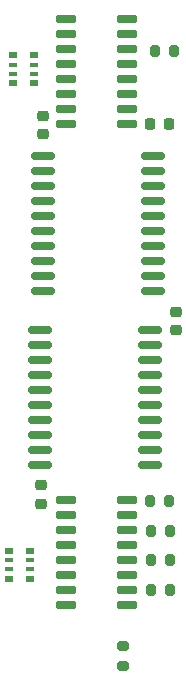
<source format=gbr>
%TF.GenerationSoftware,KiCad,Pcbnew,(6.0.11-0)*%
%TF.CreationDate,2023-07-12T13:16:53+12:00*%
%TF.ProjectId,controller-upper-cut,636f6e74-726f-46c6-9c65-722d75707065,3.2*%
%TF.SameCoordinates,PX206cc80PY68e7780*%
%TF.FileFunction,Paste,Top*%
%TF.FilePolarity,Positive*%
%FSLAX46Y46*%
G04 Gerber Fmt 4.6, Leading zero omitted, Abs format (unit mm)*
G04 Created by KiCad (PCBNEW (6.0.11-0)) date 2023-07-12 13:16:53*
%MOMM*%
%LPD*%
G01*
G04 APERTURE LIST*
G04 Aperture macros list*
%AMRoundRect*
0 Rectangle with rounded corners*
0 $1 Rounding radius*
0 $2 $3 $4 $5 $6 $7 $8 $9 X,Y pos of 4 corners*
0 Add a 4 corners polygon primitive as box body*
4,1,4,$2,$3,$4,$5,$6,$7,$8,$9,$2,$3,0*
0 Add four circle primitives for the rounded corners*
1,1,$1+$1,$2,$3*
1,1,$1+$1,$4,$5*
1,1,$1+$1,$6,$7*
1,1,$1+$1,$8,$9*
0 Add four rect primitives between the rounded corners*
20,1,$1+$1,$2,$3,$4,$5,0*
20,1,$1+$1,$4,$5,$6,$7,0*
20,1,$1+$1,$6,$7,$8,$9,0*
20,1,$1+$1,$8,$9,$2,$3,0*%
G04 Aperture macros list end*
%ADD10R,0.800000X0.500000*%
%ADD11R,0.800000X0.400000*%
%ADD12RoundRect,0.200000X-0.200000X-0.275000X0.200000X-0.275000X0.200000X0.275000X-0.200000X0.275000X0*%
%ADD13RoundRect,0.150000X-0.875000X-0.150000X0.875000X-0.150000X0.875000X0.150000X-0.875000X0.150000X0*%
%ADD14RoundRect,0.225000X0.250000X-0.225000X0.250000X0.225000X-0.250000X0.225000X-0.250000X-0.225000X0*%
%ADD15RoundRect,0.225000X-0.250000X0.225000X-0.250000X-0.225000X0.250000X-0.225000X0.250000X0.225000X0*%
%ADD16RoundRect,0.225000X-0.225000X-0.250000X0.225000X-0.250000X0.225000X0.250000X-0.225000X0.250000X0*%
%ADD17RoundRect,0.150000X0.725000X0.150000X-0.725000X0.150000X-0.725000X-0.150000X0.725000X-0.150000X0*%
%ADD18RoundRect,0.200000X-0.275000X0.200000X-0.275000X-0.200000X0.275000X-0.200000X0.275000X0.200000X0*%
G04 APERTURE END LIST*
D10*
%TO.C,RN2*%
X30000000Y-11889393D03*
D11*
X30000000Y-12689393D03*
X30000000Y-13489393D03*
D10*
X30000000Y-14289393D03*
X31800000Y-14289393D03*
D11*
X31800000Y-13489393D03*
X31800000Y-12689393D03*
D10*
X31800000Y-11889393D03*
%TD*%
D12*
%TO.C,R16*%
X41675000Y-52150000D03*
X43325000Y-52150000D03*
%TD*%
%TO.C,R15*%
X41675000Y-54650000D03*
X43325000Y-54650000D03*
%TD*%
%TO.C,R17*%
X41625000Y-49600000D03*
X43275000Y-49600000D03*
%TD*%
D13*
%TO.C,U3*%
X32300000Y-35135000D03*
X32300000Y-36405000D03*
X32300000Y-37675000D03*
X32300000Y-38945000D03*
X32300000Y-40215000D03*
X32300000Y-41485000D03*
X32300000Y-42755000D03*
X32300000Y-44025000D03*
X32300000Y-45295000D03*
X32300000Y-46565000D03*
X41600000Y-46565000D03*
X41600000Y-45295000D03*
X41600000Y-44025000D03*
X41600000Y-42755000D03*
X41600000Y-41485000D03*
X41600000Y-40215000D03*
X41600000Y-38945000D03*
X41600000Y-37675000D03*
X41600000Y-36405000D03*
X41600000Y-35135000D03*
%TD*%
D10*
%TO.C,RN1*%
X29700000Y-53833393D03*
D11*
X29700000Y-54633393D03*
X29700000Y-55433393D03*
D10*
X29700000Y-56233393D03*
X31500000Y-56233393D03*
D11*
X31500000Y-55433393D03*
X31500000Y-54633393D03*
D10*
X31500000Y-53833393D03*
%TD*%
D14*
%TO.C,C11*%
X43800000Y-35167893D03*
X43800000Y-33617893D03*
%TD*%
D12*
%TO.C,R14*%
X41675000Y-57200000D03*
X43325000Y-57200000D03*
%TD*%
D15*
%TO.C,C10*%
X32544000Y-17009393D03*
X32544000Y-18559393D03*
%TD*%
D12*
%TO.C,R22*%
X42025000Y-11550000D03*
X43675000Y-11550000D03*
%TD*%
D16*
%TO.C,C12*%
X41650000Y-17739393D03*
X43200000Y-17739393D03*
%TD*%
D17*
%TO.C,U5*%
X39654000Y-17739393D03*
X39654000Y-16469393D03*
X39654000Y-15199393D03*
X39654000Y-13929393D03*
X39654000Y-12659393D03*
X39654000Y-11389393D03*
X39654000Y-10119393D03*
X39654000Y-8849393D03*
X34504000Y-8849393D03*
X34504000Y-10119393D03*
X34504000Y-11389393D03*
X34504000Y-12659393D03*
X34504000Y-13929393D03*
X34504000Y-15199393D03*
X34504000Y-16469393D03*
X34504000Y-17739393D03*
%TD*%
D18*
%TO.C,R13*%
X39350000Y-61950000D03*
X39350000Y-63600000D03*
%TD*%
D17*
%TO.C,U4*%
X39654000Y-58466393D03*
X39654000Y-57196393D03*
X39654000Y-55926393D03*
X39654000Y-54656393D03*
X39654000Y-53386393D03*
X39654000Y-52116393D03*
X39654000Y-50846393D03*
X39654000Y-49576393D03*
X34504000Y-49576393D03*
X34504000Y-50846393D03*
X34504000Y-52116393D03*
X34504000Y-53386393D03*
X34504000Y-54656393D03*
X34504000Y-55926393D03*
X34504000Y-57196393D03*
X34504000Y-58466393D03*
%TD*%
D14*
%TO.C,C9*%
X32400000Y-49861006D03*
X32400000Y-48311006D03*
%TD*%
D13*
%TO.C,U2*%
X32553560Y-20445833D03*
X32553560Y-21715833D03*
X32553560Y-22985833D03*
X32553560Y-24255833D03*
X32553560Y-25525833D03*
X32553560Y-26795833D03*
X32553560Y-28065833D03*
X32553560Y-29335833D03*
X32553560Y-30605833D03*
X32553560Y-31875833D03*
X41853560Y-31875833D03*
X41853560Y-30605833D03*
X41853560Y-29335833D03*
X41853560Y-28065833D03*
X41853560Y-26795833D03*
X41853560Y-25525833D03*
X41853560Y-24255833D03*
X41853560Y-22985833D03*
X41853560Y-21715833D03*
X41853560Y-20445833D03*
%TD*%
M02*

</source>
